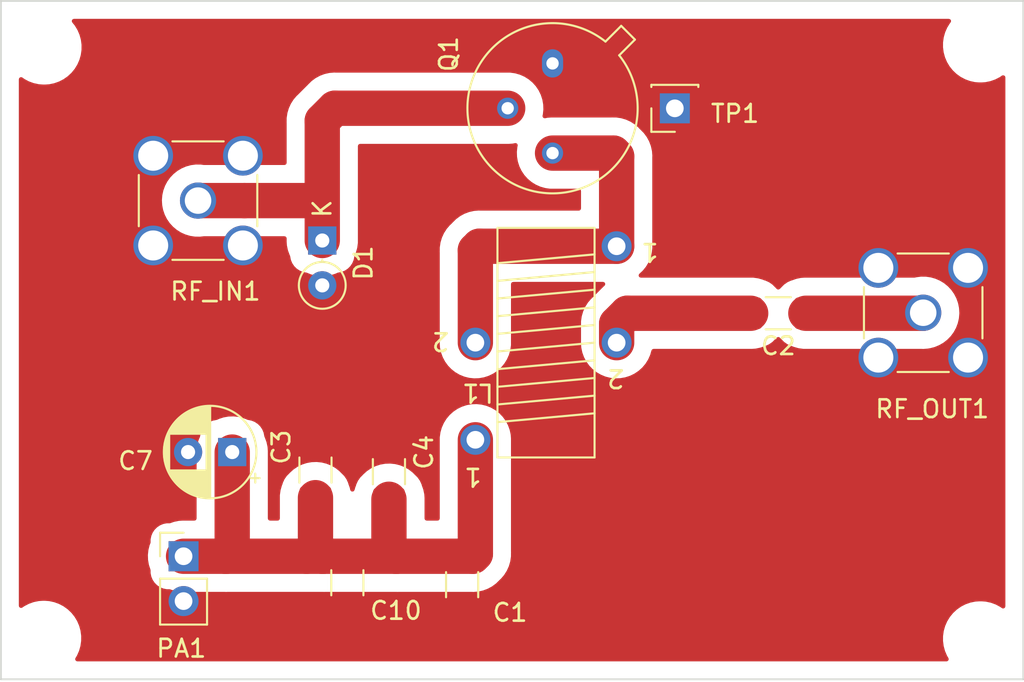
<source format=kicad_pcb>
(kicad_pcb (version 20211014) (generator pcbnew)
  (layers (0 "F.Cu" signal) (31 "B.Cu" signal) (35 "F.Paste" user) (37 "F.SilkS" user "F.Silkscreen") (38 "B.Mask" user) (39 "F.Mask" user) (44 "Edge.Cuts" user))
  (net 0 "")
  (net 1 "GND")
  (net 2 "/COLLECTOR")
  (net 3 "Net-(C2-Pad2)")
  (net 4 "+VDC")
  (net 5 "Net-(C2-Pad1)")
  (net 6 "/RF_IN")
  (footprint "Capacitor_SMD:C_1206_3216Metric_Pad1.33x1.80mm_HandSolder" (layer "F.Cu") (at 88.725 102.16 90)
    (fp_text reference "C4" (at 1.1 1.98 90) (layer "F.SilkS"))
    (fp_text value "100nF" hide)
    (fp_line (start -0.711252 0.91) (end 0.711252 0.91) (layer "F.SilkS") (width 0.12))
    (fp_line (start -0.711252 -0.91) (end 0.711252 -0.91) (layer "F.SilkS") (width 0.12))
    (pad "1" smd roundrect (at -1.5625 0 90) (size 1.325 1.8) (layers "F.Cu" "F.Paste" "F.Mask") (roundrect_rratio 0.188679) (net 4 "+VDC"))
    (pad "2" smd roundrect (at 1.5625 0 90) (size 1.325 1.8) (layers "F.Cu" "F.Paste" "F.Mask") (roundrect_rratio 0.188679) (net 1 "GND"))
  )
  (footprint "Capacitor_SMD:C_1206_3216Metric_Pad1.33x1.80mm_HandSolder" (layer "F.Cu") (at 110.7725 93.19 180)
    (fp_text reference "C2" (at 0 -1.85) (layer "F.SilkS"))
    (fp_text value "100nF (100v)" hide)
    (fp_line (start -0.711252 0.91) (end 0.711252 0.91) (layer "F.SilkS") (width 0.12))
    (fp_line (start -0.711252 -0.91) (end 0.711252 -0.91) (layer "F.SilkS") (width 0.12))
    (pad "1" smd roundrect (at -1.5625 0 180) (size 1.325 1.8) (layers "F.Cu" "F.Paste" "F.Mask") (roundrect_rratio 0.188679) (net 5 "Net-(C2-Pad1)"))
    (pad "2" smd roundrect (at 1.5625 0 180) (size 1.325 1.8) (layers "F.Cu" "F.Paste" "F.Mask") (roundrect_rratio 0.188679) (net 3 "Net-(C2-Pad2)"))
  )
  (footprint "Connector_Coaxial:SMA_Amphenol_901-144_Vertical" (layer "F.Cu") (at 77.915 86.81 180)
    (fp_text reference "RF_IN1" (at -0.98 -5.14) (layer "F.SilkS"))
    (fp_text value "Conn_Coaxial" hide)
    (fp_line (start -1.45 -3.355) (end 1.45 -3.355) (layer "F.SilkS") (width 0.12))
    (fp_line (start -1.45 3.355) (end 1.45 3.355) (layer "F.SilkS") (width 0.12))
    (fp_line (start -3.355 -1.45) (end -3.355 1.45) (layer "F.SilkS") (width 0.12))
    (fp_line (start 3.355 -1.45) (end 3.355 1.45) (layer "F.SilkS") (width 0.12))
    (pad "1" thru_hole circle locked (at 0 0 180) (size 2.05 2.05) (drill 1.5) (layers *.Cu *.Mask) (net 6 "/RF_IN"))
    (pad "2" thru_hole circle locked (at -2.54 2.54 180) (size 2.25 2.25) (drill 1.7) (layers *.Cu *.Mask) (net 1 "GND"))
    (pad "2" thru_hole circle locked (at 2.54 -2.54 180) (size 2.25 2.25) (drill 1.7) (layers *.Cu *.Mask) (net 1 "GND"))
    (pad "2" thru_hole circle locked (at -2.54 -2.54 180) (size 2.25 2.25) (drill 1.7) (layers *.Cu *.Mask) (net 1 "GND"))
    (pad "2" thru_hole circle locked (at 2.54 2.54 180) (size 2.25 2.25) (drill 1.7) (layers *.Cu *.Mask) (net 1 "GND"))
  )
  (footprint "Package_TO_SOT_THT:TO-39-3" (layer "F.Cu") (at 97.99 79.04 -90)
    (fp_text reference "Q1" (at -0.53 5.88 -90) (layer "F.SilkS"))
    (fp_text value "NTE-224")
    (fp_line (start -0.457084 -3.774902) (end -1.348039 -4.665856) (layer "F.SilkS") (width 0.12))
    (fp_line (start -1.348039 -4.665856) (end -2.125856 -3.888039) (layer "F.SilkS") (width 0.12))
    (fp_line (start -2.125856 -3.888039) (end -1.234902 -2.997084) (layer "F.SilkS") (width 0.12))
    (fp_arc (start -0.457084 -3.774902) (mid 5.948125 3.408384) (end -1.234674 -2.997371) (layer "F.SilkS") (width 0.12))
    (pad "1" thru_hole oval (at 0 0 270) (size 1.6 1.2) (drill 0.7) (layers *.Cu *.Mask) (net 1 "GND"))
    (pad "2" thru_hole oval (at 2.54 2.54 270) (size 1.2 1.2) (drill 0.7) (layers *.Cu *.Mask) (net 6 "/RF_IN"))
    (pad "3" thru_hole oval (at 5.08 0 270) (size 1.2 1.2) (drill 0.7) (layers *.Cu *.Mask) (net 2 "/COLLECTOR"))
  )
  (footprint "Connector_Coaxial:SMA_Amphenol_901-144_Vertical" (layer "F.Cu") (at 118.98 93.16 -90)
    (fp_text reference "RF_OUT1" (at 5.45 -0.51) (layer "F.SilkS"))
    (fp_text value "Conn_Coaxial" hide)
    (fp_line (start 3.355 -1.45) (end 3.355 1.45) (layer "F.SilkS") (width 0.12))
    (fp_line (start -1.45 -3.355) (end 1.45 -3.355) (layer "F.SilkS") (width 0.12))
    (fp_line (start -1.45 3.355) (end 1.45 3.355) (layer "F.SilkS") (width 0.12))
    (fp_line (start -3.355 -1.45) (end -3.355 1.45) (layer "F.SilkS") (width 0.12))
    (pad "1" thru_hole circle locked (at 0 0 270) (size 2.05 2.05) (drill 1.5) (layers *.Cu *.Mask) (net 5 "Net-(C2-Pad1)"))
    (pad "2" thru_hole circle locked (at 2.54 -2.54 270) (size 2.25 2.25) (drill 1.7) (layers *.Cu *.Mask) (net 1 "GND"))
    (pad "2" thru_hole circle locked (at 2.54 2.54 270) (size 2.25 2.25) (drill 1.7) (layers *.Cu *.Mask) (net 1 "GND"))
    (pad "2" thru_hole circle locked (at -2.54 2.54 270) (size 2.25 2.25) (drill 1.7) (layers *.Cu *.Mask) (net 1 "GND"))
    (pad "2" thru_hole circle locked (at -2.54 -2.54 270) (size 2.25 2.25) (drill 1.7) (layers *.Cu *.Mask) (net 1 "GND"))
  )
  (footprint "Connector_PinHeader_2.54mm:PinHeader_1x02_P2.54mm_Vertical" (layer "F.Cu") (at 77.095 106.95)
    (fp_text reference "PA1" (at -0.13 5.22) (layer "F.SilkS"))
    (fp_text value "VDC" hide)
    (fp_line (start -1.33 1.27) (end -1.33 3.87) (layer "F.SilkS") (width 0.12))
    (fp_line (start -1.33 0) (end -1.33 -1.33) (layer "F.SilkS") (width 0.12))
    (fp_line (start -1.33 1.27) (end 1.33 1.27) (layer "F.SilkS") (width 0.12))
    (fp_line (start 1.33 1.27) (end 1.33 3.87) (layer "F.SilkS") (width 0.12))
    (fp_line (start -1.33 3.87) (end 1.33 3.87) (layer "F.SilkS") (width 0.12))
    (fp_line (start -1.33 -1.33) (end 0 -1.33) (layer "F.SilkS") (width 0.12))
    (pad "1" thru_hole rect locked (at 0 0) (size 1.7 1.7) (drill 1) (layers *.Cu *.Mask) (net 4 "+VDC"))
    (pad "2" thru_hole oval locked (at 0 2.54) (size 1.7 1.7) (drill 1) (layers *.Cu *.Mask) (net 1 "GND"))
  )
  (footprint "Connector_PinSocket_2.54mm:PinSocket_1x01_P2.54mm_Vertical" (layer "F.Cu") (at 104.915 81.585 180)
    (fp_text reference "TP1" (at -3.41 -0.3) (layer "F.SilkS"))
    (fp_text value "TestPoint" hide)
    (fp_line (start 1.33 1.21) (end 1.33 1.33) (layer "F.SilkS") (width 0.12))
    (fp_line (start 0 -1.33) (end 1.33 -1.33) (layer "F.SilkS") (width 0.12))
    (fp_line (start 1.33 -1.33) (end 1.33 0) (layer "F.SilkS") (width 0.12))
    (fp_line (start -1.33 1.33) (end 1.33 1.33) (layer "F.SilkS") (width 0.12))
    (fp_line (start -1.33 1.21) (end -1.33 1.33) (layer "F.SilkS") (width 0.12))
    (pad "1" thru_hole rect (at 0 0 180) (size 1.7 1.7) (drill 1) (layers *.Cu *.Mask) (net 1 "GND"))
  )
  (footprint "Capacitor_SMD:C_1206_3216Metric_Pad1.33x1.80mm_HandSolder" (layer "F.Cu") (at 92.87 108.56 -90)
    (fp_text reference "C1" (at 1.58 -2.71) (layer "F.SilkS"))
    (fp_text value "1nF" hide)
    (fp_line (start -0.711252 0.91) (end 0.711252 0.91) (layer "F.SilkS") (width 0.12))
    (fp_line (start -0.711252 -0.91) (end 0.711252 -0.91) (layer "F.SilkS") (width 0.12))
    (pad "1" smd roundrect (at -1.5625 0 270) (size 1.325 1.8) (layers "F.Cu" "F.Paste" "F.Mask") (roundrect_rratio 0.188679) (net 4 "+VDC"))
    (pad "2" smd roundrect (at 1.5625 0 270) (size 1.325 1.8) (layers "F.Cu" "F.Paste" "F.Mask") (roundrect_rratio 0.188679) (net 1 "GND"))
  )
  (footprint "Capacitor_THT:CP_Radial_D5.0mm_P2.50mm" (layer "F.Cu") (at 79.850113 101.05 180)
    (fp_text reference "C7" (at 5.475113 -0.5) (layer "F.SilkS"))
    (fp_text value "22uF 25v" hide)
    (fp_line (start 1.971 -2.48) (end 1.971 -1.04) (layer "F.SilkS") (width 0.12))
    (fp_line (start 2.011 -2.468) (end 2.011 -1.04) (layer "F.SilkS") (width 0.12))
    (fp_line (start 3.371 1.04) (end 3.371 1.5) (layer "F.SilkS") (width 0.12))
    (fp_line (start 2.891 -2.004) (end 2.891 -1.04) (layer "F.SilkS") (width 0.12))
    (fp_line (start 2.811 -2.065) (end 2.811 -1.04) (layer "F.SilkS") (width 0.12))
    (fp_line (start 1.69 -2.543) (end 1.69 -1.04) (layer "F.SilkS") (width 0.12))
    (fp_line (start 2.011 1.04) (end 2.011 2.468) (layer "F.SilkS") (width 0.12))
    (fp_line (start 2.971 -1.937) (end 2.971 -1.04) (layer "F.SilkS") (width 0.12))
    (fp_line (start 1.61 1.04) (end 1.61 2.556) (layer "F.SilkS") (width 0.12))
    (fp_line (start 2.171 1.04) (end 2.171 2.414) (layer "F.SilkS") (width 0.12))
    (fp_line (start 3.411 1.04) (end 3.411 1.443) (layer "F.SilkS") (width 0.12))
    (fp_line (start 3.171 1.04) (end 3.171 1.743) (layer "F.SilkS") (width 0.12))
    (fp_line (start 3.531 -1.251) (end 3.531 -1.04) (layer "F.SilkS") (width 0.12))
    (fp_line (start 1.33 -2.579) (end 1.33 2.579) (layer "F.SilkS") (width 0.12))
    (fp_line (start 2.731 1.04) (end 2.731 2.122) (layer "F.SilkS") (width 0.12))
    (fp_line (start 2.611 1.04) (end 2.611 2.2) (layer "F.SilkS") (width 0.12))
    (fp_line (start 3.251 -1.653) (end 3.251 -1.04) (layer "F.SilkS") (width 0.12))
    (fp_line (start 3.811 -0.518) (end 3.811 0.518) (layer "F.SilkS") (width 0.12))
    (fp_line (start 2.691 -2.149) (end 2.691 -1.04) (layer "F.SilkS") (width 0.12))
    (fp_line (start 3.211 1.04) (end 3.211 1.699) (layer "F.SilkS") (width 0.12))
    (fp_line (start 2.131 -2.428) (end 2.131 -1.04) (layer "F.SilkS") (width 0.12))
    (fp_line (start 1.29 -2.58) (end 1.29 2.58) (layer "F.SilkS") (width 0.12))
    (fp_line (start 3.531 1.04) (end 3.531 1.251) (layer "F.SilkS") (width 0.12))
    (fp_line (start 1.65 -2.55) (end 1.65 -1.04) (layer "F.SilkS") (width 0.12))
    (fp_line (start 3.291 -1.605) (end 3.291 -1.04) (layer "F.SilkS") (width 0.12))
    (fp_line (start 2.091 -2.442) (end 2.091 -1.04) (layer "F.SilkS") (width 0.12))
    (fp_line (start 2.331 1.04) (end 2.331 2.348) (layer "F.SilkS") (width 0.12))
    (fp_line (start 1.85 -2.511) (end 1.85 -1.04) (layer "F.SilkS") (width 0.12))
    (fp_line (start 1.53 -2.565) (end 1.53 -1.04) (layer "F.SilkS") (width 0.12))
    (fp_line (start 3.331 1.04) (end 3.331 1.554) (layer "F.SilkS") (width 0.12))
    (fp_line (start 3.491 -1.319) (end 3.491 -1.04) (layer "F.SilkS") (width 0.12))
    (fp_line (start 2.771 -2.095) (end 2.771 -1.04) (layer "F.SilkS") (width 0.12))
    (fp_line (start 2.091 1.04) (end 2.091 2.442) (layer "F.SilkS") (width 0.12))
    (fp_line (start 3.451 -1.383) (end 3.451 -1.04) (layer "F.SilkS") (width 0.12))
    (fp_line (start 2.851 -2.035) (end 2.851 -1.04) (layer "F.SilkS") (width 0.12))
    (fp_line (start 3.091 -1.826) (end 3.091 -1.04) (layer "F.SilkS") (width 0.12))
    (fp_line (start 2.731 -2.122) (end 2.731 -1.04) (layer "F.SilkS") (width 0.12))
    (fp_line (start 3.491 1.04) (end 3.491 1.319) (layer "F.SilkS") (width 0.12))
    (fp_line (start 2.931 1.04) (end 2.931 1.971) (layer "F.SilkS") (width 0.12))
    (fp_line (start 1.45 -2.573) (end 1.45 2.573) (layer "F.SilkS") (width 0.12))
    (fp_line (start 1.77 1.04) (end 1.77 2.528) (layer "F.SilkS") (width 0.12))
    (fp_line (start 1.81 -2.52) (end 1.81 -1.04) (layer "F.SilkS") (width 0.12))
    (fp_line (start 1.61 -2.556) (end 1.61 -1.04) (layer "F.SilkS") (width 0.12))
    (fp_line (start 2.971 1.04) (end 2.971 1.937) (layer "F.SilkS") (width 0.12))
    (fp_line (start 2.251 1.04) (end 2.251 2.382) (layer "F.SilkS") (width 0.12))
    (fp_line (start 3.131 -1.785) (end 3.131 -1.04) (layer "F.SilkS") (width 0.12))
    (fp_line (start 1.93 -2.491) (end 1.93 -1.04) (layer "F.SilkS") (width 0.12))
    (fp_line (start 3.091 1.04) (end 3.091 1.826) (layer "F.SilkS") (width 0.12))
    (fp_line (start 3.131 1.04) (end 3.131 1.785) (layer "F.SilkS") (width 0.12))
    (fp_line (start 2.451 1.04) (end 2.451 2.29) (layer "F.SilkS") (width 0.12))
    (fp_line (start 2.051 1.04) (end 2.051 2.455) (layer "F.SilkS") (width 0.12))
    (fp_line (start 3.851 -0.284) (end 3.851 0.284) (layer "F.SilkS") (width 0.12))
    (fp_line (start 2.531 -2.247) (end 2.531 -1.04) (layer "F.SilkS") (width 0.12))
    (fp_line (start 3.211 -1.699) (end 3.211 -1.04) (layer "F.SilkS") (width 0.12))
    (fp_line (start 3.731 -0.805) (end 3.731 0.805) (layer "F.SilkS") (width 0.12))
    (fp_line (start 2.811 1.04) (end 2.811 2.065) (layer "F.SilkS") (width 0.12))
    (fp_line (start 1.25 -2.58) (end 1.25 2.58) (layer "F.SilkS") (width 0.12))
    (fp_line (start 3.171 -1.743) (end 3.171 -1.04) (layer "F.SilkS") (width 0.12))
    (fp_line (start 2.371 1.04) (end 2.371 2.329) (layer "F.SilkS") (width 0.12))
    (fp_line (start 2.411 1.04) (end 2.411 2.31) (layer "F.SilkS") (width 0.12))
    (fp_line (start 3.691 -0.915) (end 3.691 0.915) (layer "F.SilkS") (width 0.12))
    (fp_line (start 1.77 -2.528) (end 1.77 -1.04) (layer "F.SilkS") (width 0.12))
    (fp_line (start 3.011 -1.901) (end 3.011 -1.04) (layer "F.SilkS") (width 0.12))
    (fp_line (start 2.931 -1.971) (end 2.931 -1.04) (layer "F.SilkS") (width 0.12))
    (fp_line (start 1.93 1.04) (end 1.93 2.491) (layer "F.SilkS") (width 0.12))
    (fp_line (start 1.57 -2.561) (end 1.57 -1.04) (layer "F.SilkS") (width 0.12))
    (fp_line (start 2.651 1.04) (end 2.651 2.175) (layer "F.SilkS") (width 0.12))
    (fp_line (start 2.571 1.04) (end 2.571 2.224) (layer "F.SilkS") (width 0.12))
    (fp_line (start 1.53 1.04) (end 1.53 2.565) (layer "F.SilkS") (width 0.12))
    (fp_line (start 2.771 1.04) (end 2.771 2.095) (layer "F.SilkS") (width 0.12))
    (fp_line (start 1.49 -2.569) (end 1.49 -1.04) (layer "F.SilkS") (width 0.12))
    (fp_line (start 3.571 -1.178) (end 3.571 1.178) (layer "F.SilkS") (width 0.12))
    (fp_line (start 2.291 1.04) (end 2.291 2.365) (layer "F.SilkS") (width 0.12))
    (fp_line (start 2.171 -2.414) (end 2.171 -1.04) (layer "F.SilkS") (width 0.12))
    (fp_line (start 2.211 -2.398) (end 2.211 -1.04) (layer "F.SilkS") (width 0.12))
    (fp_line (start 1.89 1.04) (end 1.89 2.501) (layer "F.SilkS") (width 0.12))
    (fp_line (start 1.49 1.04) (end 1.49 2.569) (layer "F.SilkS") (width 0.12))
    (fp_line (start 3.771 -0.677) (end 3.771 0.677) (layer "F.SilkS") (width 0.12))
    (fp_line (start 3.051 -1.864) (end 3.051 -1.04) (layer "F.SilkS") (width 0.12))
    (fp_line (start 3.411 -1.443) (end 3.411 -1.04) (layer "F.SilkS") (width 0.12))
    (fp_line (start 2.251 -2.382) (end 2.251 -1.04) (layer "F.SilkS") (width 0.12))
    (fp_line (start 3.051 1.04) (end 3.051 1.864) (layer "F.SilkS") (width 0.12))
    (fp_line (start 2.571 -2.224) (end 2.571 -1.04) (layer "F.SilkS") (width 0.12))
    (fp_line (start 2.331 -2.348) (end 2.331 -1.04) (layer "F.SilkS") (width 0.12))
    (fp_line (start 2.651 -2.175) (end 2.651 -1.04) (layer "F.SilkS") (width 0.12))
    (fp_line (start 1.69 1.04) (end 1.69 2.543) (layer "F.SilkS") (width 0.12))
    (fp_line (start 2.851 1.04) (end 2.851 2.035) (layer "F.SilkS") (width 0.12))
    (fp_line (start 2.211 1.04) (end 2.211 2.398) (layer "F.SilkS") (width 0.12))
    (fp_line (start 2.491 1.04) (end 2.491 2.268) (layer "F.SilkS") (width 0.12))
    (fp_line (start 3.371 -1.5) (end 3.371 -1.04) (layer "F.SilkS") (width 0.12))
    (fp_line (start 2.491 -2.268) (end 2.491 -1.04) (layer "F.SilkS") (width 0.12))
    (fp_line (start 1.85 1.04) (end 1.85 2.511) (layer "F.SilkS") (width 0.12))
    (fp_line (start 1.971 1.04) (end 1.971 2.48) (layer "F.SilkS") (width 0.12))
    (fp_line (start 1.73 1.04) (end 1.73 2.536) (layer "F.SilkS") (width 0.12))
    (fp_line (start 1.73 -2.536) (end 1.73 -1.04) (layer "F.SilkS") (width 0.12))
    (fp_line (start -1.554775 -1.475) (end -1.054775 -1.475) (layer "F.SilkS") (width 0.12))
    (fp_line (start 1.65 1.04) (end 1.65 2.55) (layer "F.SilkS") (width 0.12))
    (fp_line (start 3.011 1.04) (end 3.011 1.901) (layer "F.SilkS") (width 0.12))
    (fp_line (start 3.331 -1.554) (end 3.331 -1.04) (layer "F.SilkS") (width 0.12))
    (fp_line (start 2.291 -2.365) (end 2.291 -1.04) (layer "F.SilkS") (width 0.12))
    (fp_line (start 2.531 1.04) (end 2.531 2.247) (layer "F.SilkS") (width 0.12))
    (fp_line (start 3.291 1.04) (end 3.291 1.605) (layer "F.SilkS") (width 0.12))
    (fp_line (start 3.651 -1.011) (end 3.651 1.011) (layer "F.SilkS") (width 0.12))
    (fp_line (start 1.57 1.04) (end 1.57 2.561) (layer "F.SilkS") (width 0.12))
    (fp_line (start 1.89 -2.501) (end 1.89 -1.04) (layer "F.SilkS") (width 0.12))
    (fp_line (start 2.891 1.04) (end 2.891 2.004) (layer "F.SilkS") (width 0.12))
    (fp_line (start 2.691 1.04) (end 2.691 2.149) (layer "F.SilkS") (width 0.12))
    (fp_line (start 1.37 -2.578) (end 1.37 2.578) (layer "F.SilkS") (width 0.12))
    (fp_line (start 3.451 1.04) (end 3.451 1.383) (layer "F.SilkS") (width 0.12))
    (fp_line (start -1.304775 -1.725) (end -1.304775 -1.225) (layer "F.SilkS") (width 0.12))
    (fp_line (start 2.451 -2.29) (end 2.451 -1.04) (layer "F.SilkS") (width 0.12))
    (fp_line (start 1.41 -2.576) (end 1.41 2.576) (layer "F.SilkS") (width 0.12))
    (fp_line (start 2.131 1.04) (end 2.131 2.428) (layer "F.SilkS") (width 0.12))
    (fp_line (start 2.411 -2.31) (end 2.411 -1.04) (layer "F.SilkS") (width 0.12))
    (fp_line (start 3.251 1.04) (end 3.251 1.653) (layer "F.SilkS") (width 0.12))
    (fp_line (start 2.371 -2.329) (end 2.371 -1.04) (layer "F.SilkS") (width 0.12))
    (fp_line (start 1.81 1.04) (end 1.81 2.52) (layer "F.SilkS") (width 0.12))
    (fp_line (start 2.051 -2.455) (end 2.051 -1.04) (layer "F.SilkS") (width 0.12))
    (fp_line (start 2.611 -2.2) (end 2.611 -1.04) (layer "F.SilkS") (width 0.12))
    (fp_line (start 3.611 -1.098) (end 3.611 1.098) (layer "F.SilkS") (width 0.12))
    (fp_circle (center 1.25 0) (end 3.87 0) (layer "F.SilkS") (width 0.12) (fill none))
    (pad "1" thru_hole rect locked (at 0 0 180) (size 1.6 1.6) (drill 0.8) (layers *.Cu *.Mask) (net 4 "+VDC"))
    (pad "2" thru_hole circle locked (at 2.5 0 180) (size 1.6 1.6) (drill 0.8) (layers *.Cu *.Mask) (net 1 "GND"))
  )
  (footprint "MountingHole:MountingHole_2.2mm_M2" (layer "F.Cu") (at 122.22 78)
    (fp_text reference "H2" hide)
    (fp_text value "MountingHole" hide)
    (pad "" np_thru_hole circle (at 0 0) (size 2.2 2.2) (drill 2.2) (layers *.Cu *.Mask))
  )
  (footprint "MountingHole:MountingHole_2.2mm_M2" (layer "F.Cu") (at 69.2 78.12)
    (fp_text reference "H1" hide)
    (fp_text value "MountingHole" hide)
    (pad "" np_thru_hole circle (at 0 0) (size 2.2 2.2) (drill 2.2) (layers *.Cu *.Mask))
  )
  (footprint "MountingHole:MountingHole_2.2mm_M2" (layer "F.Cu") (at 122.22 111.62)
    (fp_text reference "H4" hide)
    (fp_text value "MountingHole" hide)
    (pad "" np_thru_hole circle (at 0 0) (size 2.2 2.2) (drill 2.2) (layers *.Cu *.Mask))
  )
  (footprint "MountingHole:MountingHole_2.2mm_M2" (layer "F.Cu") (at 69.18 111.59)
    (fp_text reference "H3" hide)
    (fp_text value "MountingHole" hide)
    (pad "" np_thru_hole circle (at 0 0) (size 2.2 2.2) (drill 2.2) (layers *.Cu *.Mask))
  )
  (footprint "footprints:FT50-43 Transformer" (layer "F.Cu") (at 97.62 86.855)
    (fp_text reference "L1" (at -3.86 10.845 -180 unlocked) (layer "F.SilkS"))
    (fp_text value "RFC1" hide)
    (fp_line (start -2.75 1.5) (end 2.75 1.5) (layer "F.SilkS") (width 0.12))
    (fp_line (start 2.75 1.5) (end 2.75 14.5) (layer "F.SilkS") (width 0.12))
    (fp_line (start -2.75 10.5) (end 2.75 10) (layer "F.SilkS") (width 0.12))
    (fp_line (start -2.75 14.5) (end -2.75 1.5) (layer "F.SilkS") (width 0.12))
    (fp_line (start -2.75 11.5) (end 2.75 11) (layer "F.SilkS") (width 0.12))
    (fp_line (start -2.75 9.5) (end 2.75 9) (layer "F.SilkS") (width 0.12))
    (fp_line (start -2.75 5.5) (end 2.75 5) (layer "F.SilkS") (width 0.12))
    (fp_line (start -2.75 12.5) (end 2.75 12) (layer "F.SilkS") (width 0.12))
    (fp_line (start -2.75 3.5) (end 2.75 3) (layer "F.SilkS") (width 0.12))
    (fp_line (start -2.75 6.5) (end 2.75 6) (layer "F.SilkS") (width 0.12))
    (fp_line (start -2.75 7.5) (end 2.75 7) (layer "F.SilkS") (width 0.12))
    (fp_line (start 2.75 14.5) (end -2.75 14.5) (layer "F.SilkS") (width 0.12))
    (fp_line (start -2.75 4.5) (end 2.75 4) (layer "F.SilkS") (width 0.12))
    (fp_line (start -2.75 8.5) (end 2.75 8) (layer "F.SilkS") (width 0.12))
    (pad "1" thru_hole circle locked (at 4 2.54) (size 1.7 1.7) (drill 1) (layers *.Cu *.Mask) (net 2 "/COLLECTOR"))
    (pad "2" thru_hole circle locked (at -4 13.5) (size 1.7 1.7) (drill 1) (layers *.Cu *.Mask) (net 4 "+VDC"))
    (pad "3" thru_hole circle locked (at 4 8) (size 1.7 1.7) (drill 1) (layers *.Cu *.Mask) (net 3 "Net-(C2-Pad2)"))
    (pad "4" thru_hole circle locked (at -4 8) (size 1.7 1.7) (drill 1) (layers *.Cu *.Mask) (net 2 "/COLLECTOR"))
  )
  (footprint "Diode_THT:D_DO-35_SOD27_P2.54mm_Vertical_KathodeUp" (layer "F.Cu") (at 84.95 89.07 -90)
    (fp_text reference "D1" (at 1.27 -2.326371 -90) (layer "F.SilkS"))
    (fp_text value "1N4148")
    (fp_text user "K" (at -1.8 0 -90) (layer "F.SilkS"))
    (fp_line (start 1.213629 0) (end 1.1 0) (layer "F.SilkS") (width 0.12))
    (fp_circle (center 2.54 0) (end 3.866371 0) (layer "F.SilkS") (width 0.12) (fill none))
    (pad "1" thru_hole rect (at 0 0 270) (size 1.6 1.6) (drill 0.8) (layers *.Cu *.Mask) (net 6 "/RF_IN"))
    (pad "2" thru_hole oval (at 2.54 0 270) (size 1.6 1.6) (drill 0.8) (layers *.Cu *.Mask) (net 1 "GND"))
  )
  (footprint "Capacitor_SMD:C_1206_3216Metric_Pad1.33x1.80mm_HandSolder" (layer "F.Cu") (at 84.565 102.07 90)
    (fp_text reference "C3" (at 1.3 -1.94 90) (layer "F.SilkS"))
    (fp_text value "100nF" hide)
    (fp_line (start -0.711252 0.91) (end 0.711252 0.91) (layer "F.SilkS") (width 0.12))
    (fp_line (start -0.711252 -0.91) (end 0.711252 -0.91) (layer "F.SilkS") (width 0.12))
    (pad "1" smd roundrect (at -1.5625 0 90) (size 1.325 1.8) (layers "F.Cu" "F.Paste" "F.Mask") (roundrect_rratio 0.188679) (net 4 "+VDC"))
    (pad "2" smd roundrect (at 1.5625 0 90) (size 1.325 1.8) (layers "F.Cu" "F.Paste" "F.Mask") (roundrect_rratio 0.188679) (net 1 "GND"))
  )
  (footprint "Capacitor_SMD:C_1206_3216Metric_Pad1.33x1.80mm_HandSolder" (layer "F.Cu") (at 86.37 108.45 -90)
    (fp_text reference "C10" (at 1.58 -2.75) (layer "F.SilkS"))
    (fp_text value "100nF" hide)
    (fp_line (start -0.711252 -0.91) (end 0.711252 -0.91) (layer "F.SilkS") (width 0.12))
    (fp_line (start -0.711252 0.91) (end 0.711252 0.91) (layer "F.SilkS") (width 0.12))
    (pad "1" smd roundrect (at -1.5625 0 270) (size 1.325 1.8) (layers "F.Cu" "F.Paste" "F.Mask") (roundrect_rratio 0.188679) (net 4 "+VDC"))
    (pad "2" smd roundrect (at 1.5625 0 270) (size 1.325 1.8) (layers "F.Cu" "F.Paste" "F.Mask") (roundrect_rratio 0.188679) (net 1 "GND"))
  )
  (gr_rect (start 66.75 75.5) (end 124.65 113.92) (layer "Edge.Cuts") (width 0.1) (fill none))
  (gr_text "2" (at 101.57 96.88 180) (layer "F.SilkS") (effects (font (size 1 1))))
  (gr_text "2" (at 91.65 94.78 180) (layer "F.SilkS") (effects (font (size 1 1))))
  (gr_text "1" (at 103.5 89.73 180) (layer "F.SilkS") (effects (font (size 1 1))))
  (gr_text "1" (at 93.48 102.46 180) (layer "F.SilkS") (effects (font (size 1 1))))
  (segment (start 93.62 89.62) (end 93.845 89.395) (width 2) (layer "F.Cu") (net 2))
  (segment (start 101.44 84.12) (end 97.99 84.12) (width 2) (layer "F.Cu") (net 2))
  (segment (start 93.845 89.395) (end 101.62 89.395) (width 2) (layer "F.Cu") (net 2))
  (segment (start 93.62 94.855) (end 93.62 89.62) (width 2) (layer "F.Cu") (net 2))
  (segment (start 101.62 89.395) (end 101.62 84.3) (width 2) (layer "F.Cu") (net 2))
  (segment (start 101.62 84.3) (end 101.44 84.12) (width 2) (layer "F.Cu") (net 2))
  (segment (start 102.22 93.19) (end 101.62 93.79) (width 2) (layer "F.Cu") (net 3))
  (segment (start 109.21 93.19) (end 102.22 93.19) (width 2) (layer "F.Cu") (net 3))
  (segment (start 101.62 93.79) (end 101.62 94.855) (width 2) (layer "F.Cu") (net 3))
  (segment (start 89.13 106.95) (end 93.48 106.95) (width 2) (layer "F.Cu") (net 4))
  (segment (start 79.850113 106.584887) (end 79.485 106.95) (width 2) (layer "F.Cu") (net 4))
  (segment (start 93.62 106.81) (end 93.62 100.355) (width 2) (layer "F.Cu") (net 4))
  (segment (start 84.565 103.6325) (end 84.565 106.54) (width 2) (layer "F.Cu") (net 4))
  (segment (start 88.725 106.545) (end 89.13 106.95) (width 2) (layer "F.Cu") (net 4))
  (segment (start 93.48 106.95) (end 93.62 106.81) (width 2) (layer "F.Cu") (net 4))
  (segment (start 77.095 106.95) (end 79.485 106.95) (width 2) (layer "F.Cu") (net 4))
  (segment (start 84.975 106.95) (end 89.13 106.95) (width 2) (layer "F.Cu") (net 4))
  (segment (start 79.850113 101.05) (end 79.850113 106.584887) (width 2) (layer "F.Cu") (net 4))
  (segment (start 79.485 106.95) (end 84.055 106.95) (width 2) (layer "F.Cu") (net 4))
  (segment (start 84.055 106.95) (end 84.975 106.95) (width 2) (layer "F.Cu") (net 4))
  (segment (start 84.565 106.54) (end 84.975 106.95) (width 2) (layer "F.Cu") (net 4))
  (segment (start 88.725 103.7225) (end 88.725 106.545) (width 2) (layer "F.Cu") (net 4))
  (segment (start 112.335 93.19) (end 118.95 93.19) (width 2) (layer "F.Cu") (net 5))
  (segment (start 118.95 93.19) (end 118.98 93.16) (width 2) (layer "F.Cu") (net 5))
  (segment (start 95.45 81.58) (end 85.66 81.58) (width 2) (layer "F.Cu") (net 6))
  (segment (start 84.465 86.81) (end 80.545 86.81) (width 2) (layer "F.Cu") (net 6))
  (segment (start 84.95 82.29) (end 84.95 89.07) (width 2) (layer "F.Cu") (net 6))
  (segment (start 80.545 86.81) (end 77.915 86.81) (width 2) (layer "F.Cu") (net 6))
  (segment (start 84.95 82.29) (end 85.66 81.58) (width 2) (layer "F.Cu") (net 6))
  (zone (net 1) (net_name "GND") (layer "F.Cu") (connect_pads yes (clearance 1.016)) (min_thickness 0.254) (fill yes (thermal_gap 0.508) (thermal_bridge_width 0.508))
    (polygon (pts (xy 124.6 113.97) (xy 66.85 113.97) (xy 66.85 75.59) (xy 124.6 75.59)))
  )
)
</source>
